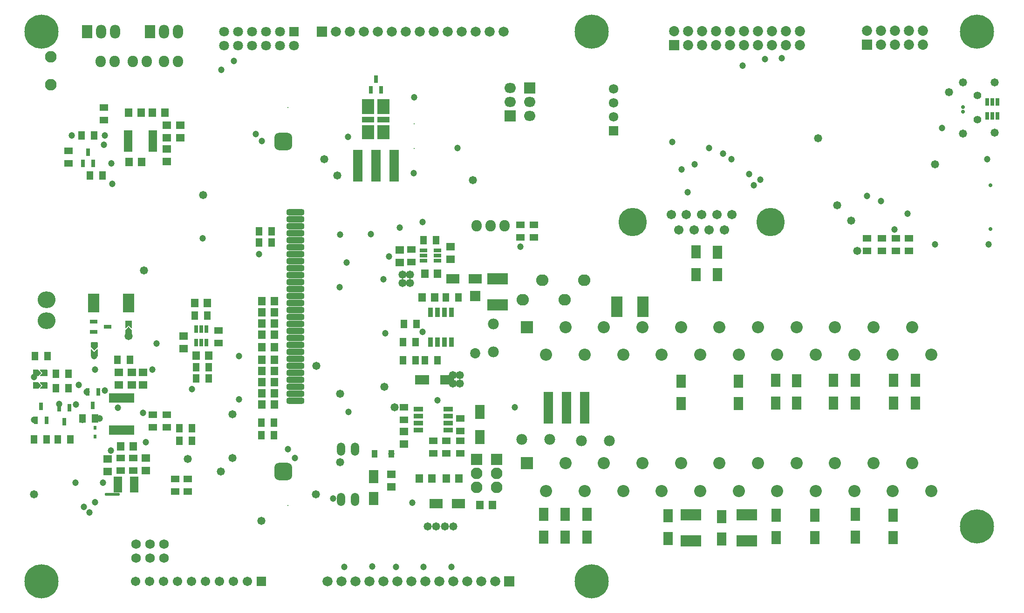
<source format=gbs>
G04*
G04 #@! TF.GenerationSoftware,Altium Limited,Altium Designer,20.1.7 (139)*
G04*
G04 Layer_Color=16711935*
%FSTAX24Y24*%
%MOIN*%
G70*
G04*
G04 #@! TF.SameCoordinates,F0BF9DC0-9546-437B-B132-7D81F4AFA61C*
G04*
G04*
G04 #@! TF.FilePolarity,Negative*
G04*
G01*
G75*
%ADD42R,0.0630X0.0474*%
%ADD44R,0.0474X0.0630*%
%ADD53R,0.0630X0.0580*%
%ADD54R,0.0434X0.0552*%
%ADD55R,0.0434X0.0552*%
%ADD58C,0.0730*%
%ADD59R,0.0730X0.0730*%
%ADD60C,0.0720*%
%ADD61R,0.0720X0.0720*%
%ADD62R,0.0730X0.0730*%
%ADD63C,0.0780*%
%ADD64C,0.0080*%
%ADD65C,0.0277*%
%ADD66C,0.0867*%
%ADD67R,0.0867X0.0867*%
%ADD68C,0.2029*%
%ADD69C,0.0671*%
%ADD70C,0.0710*%
%ADD71R,0.0710X0.0710*%
G04:AMPARAMS|DCode=72|XSize=126.1mil|YSize=126.1mil|CornerRadius=33.5mil|HoleSize=0mil|Usage=FLASHONLY|Rotation=90.000|XOffset=0mil|YOffset=0mil|HoleType=Round|Shape=RoundedRectangle|*
%AMROUNDEDRECTD72*
21,1,0.1261,0.0591,0,0,90.0*
21,1,0.0591,0.1261,0,0,90.0*
1,1,0.0671,0.0295,0.0295*
1,1,0.0671,0.0295,-0.0295*
1,1,0.0671,-0.0295,-0.0295*
1,1,0.0671,-0.0295,0.0295*
%
%ADD72ROUNDEDRECTD72*%
G04:AMPARAMS|DCode=73|XSize=43.4mil|YSize=126.1mil|CornerRadius=12.9mil|HoleSize=0mil|Usage=FLASHONLY|Rotation=90.000|XOffset=0mil|YOffset=0mil|HoleType=Round|Shape=RoundedRectangle|*
%AMROUNDEDRECTD73*
21,1,0.0434,0.1004,0,0,90.0*
21,1,0.0177,0.1261,0,0,90.0*
1,1,0.0257,0.0502,0.0089*
1,1,0.0257,0.0502,-0.0089*
1,1,0.0257,-0.0502,-0.0089*
1,1,0.0257,-0.0502,0.0089*
%
%ADD73ROUNDEDRECTD73*%
%ADD74R,0.0730X0.0980*%
%ADD75O,0.0730X0.0980*%
%ADD76C,0.0678*%
%ADD77R,0.0678X0.0678*%
%ADD78R,0.0830X0.0830*%
%ADD79O,0.0830X0.0710*%
%ADD80C,0.0830*%
%ADD81C,0.2442*%
%ADD82O,0.0730X0.0830*%
%ADD83C,0.0680*%
%ADD84R,0.0671X0.0671*%
%ADD85O,0.0880X0.0830*%
%ADD86O,0.1280X0.1180*%
%ADD87C,0.0474*%
%ADD88C,0.0580*%
%ADD89C,0.0552*%
%ADD156R,0.0946X0.0690*%
%ADD157R,0.0690X0.0946*%
%ADD158R,0.0710X0.2285*%
%ADD159R,0.0789X0.1458*%
%ADD160R,0.1458X0.0789*%
%ADD161R,0.0690X0.0966*%
%ADD162R,0.0580X0.0630*%
%ADD163R,0.0316X0.0572*%
%ADD164R,0.0867X0.0808*%
%ADD165R,0.0867X0.0395*%
%ADD166R,0.0552X0.0316*%
G04:AMPARAMS|DCode=167|XSize=27.7mil|YSize=27.7mil|CornerRadius=8.9mil|HoleSize=0mil|Usage=FLASHONLY|Rotation=90.000|XOffset=0mil|YOffset=0mil|HoleType=Round|Shape=RoundedRectangle|*
%AMROUNDEDRECTD167*
21,1,0.0277,0.0098,0,0,90.0*
21,1,0.0098,0.0277,0,0,90.0*
1,1,0.0178,0.0049,0.0049*
1,1,0.0178,0.0049,-0.0049*
1,1,0.0178,-0.0049,-0.0049*
1,1,0.0178,-0.0049,0.0049*
%
%ADD167ROUNDEDRECTD167*%
G04:AMPARAMS|DCode=168|XSize=27.7mil|YSize=27.7mil|CornerRadius=8.9mil|HoleSize=0mil|Usage=FLASHONLY|Rotation=0.000|XOffset=0mil|YOffset=0mil|HoleType=Round|Shape=RoundedRectangle|*
%AMROUNDEDRECTD168*
21,1,0.0277,0.0098,0,0,0.0*
21,1,0.0098,0.0277,0,0,0.0*
1,1,0.0178,0.0049,-0.0049*
1,1,0.0178,-0.0049,-0.0049*
1,1,0.0178,-0.0049,0.0049*
1,1,0.0178,0.0049,0.0049*
%
%ADD168ROUNDEDRECTD168*%
G04:AMPARAMS|DCode=169|XSize=19.8mil|YSize=68mil|CornerRadius=7mil|HoleSize=0mil|Usage=FLASHONLY|Rotation=90.000|XOffset=0mil|YOffset=0mil|HoleType=Round|Shape=RoundedRectangle|*
%AMROUNDEDRECTD169*
21,1,0.0198,0.0541,0,0,90.0*
21,1,0.0059,0.0680,0,0,90.0*
1,1,0.0139,0.0270,0.0030*
1,1,0.0139,0.0270,-0.0030*
1,1,0.0139,-0.0270,-0.0030*
1,1,0.0139,-0.0270,0.0030*
%
%ADD169ROUNDEDRECTD169*%
%ADD170R,0.0592X0.1143*%
%ADD171R,0.0316X0.0533*%
%ADD172R,0.1045X0.0690*%
%ADD173R,0.0680X0.0336*%
%ADD174R,0.0316X0.0552*%
%ADD175O,0.0592X0.0946*%
%ADD176R,0.0966X0.0690*%
%ADD177R,0.0336X0.0680*%
%ADD178R,0.0690X0.1045*%
%ADD179R,0.0257X0.0661*%
%ADD180R,0.0245X0.0297*%
%ADD181R,0.0789X0.1379*%
%ADD182R,0.0641X0.0257*%
%ADD183R,0.0854X0.0363*%
G36*
X011705Y02624D02*
X01171Y026239D01*
X011715Y026237D01*
X01172Y026235D01*
X011724Y026232D01*
X011728Y026228D01*
X011928Y026028D01*
X011932Y026024D01*
X011935Y02602D01*
X011936Y026017D01*
X011937Y026015D01*
X011939Y02601D01*
X01194Y026005D01*
X01194Y026D01*
X01194Y025995D01*
X011939Y02599D01*
X011937Y025985D01*
X011935Y02598D01*
X011932Y025976D01*
X011928Y025972D01*
X011728Y025772D01*
X011724Y025768D01*
X01172Y025765D01*
X011715Y025763D01*
X01171Y025761D01*
X011705Y02576D01*
X0117Y02576D01*
X0114D01*
X011395Y02576D01*
X01139Y025761D01*
X011385Y025763D01*
X01138Y025765D01*
X011376Y025768D01*
X011372Y025772D01*
X011368Y025776D01*
X011365Y02578D01*
X011363Y025785D01*
X011361Y02579D01*
X01136Y025795D01*
X01136Y0258D01*
Y0262D01*
X01136Y026205D01*
X011361Y02621D01*
X011363Y026215D01*
X011365Y02622D01*
X011368Y026224D01*
X011372Y026228D01*
X011376Y026232D01*
X01138Y026235D01*
X011385Y026237D01*
X01139Y026239D01*
X011395Y02624D01*
X0114Y02624D01*
X0117D01*
X011705Y02624D01*
D02*
G37*
G36*
X012355Y02624D02*
X01236Y026239D01*
X012365Y026237D01*
X01237Y026235D01*
X012374Y026232D01*
X012378Y026228D01*
X012382Y026224D01*
X012385Y02622D01*
X012387Y026215D01*
X012389Y02621D01*
X01239Y026205D01*
X01239Y0262D01*
Y0258D01*
Y0258D01*
D01*
X01239Y025795D01*
X012389Y02579D01*
X012387Y025785D01*
X012385Y02578D01*
X012383Y025777D01*
X012382Y025776D01*
X012378Y025772D01*
X012378D01*
Y025772D01*
X012374Y025768D01*
X012373Y025767D01*
X01237Y025765D01*
X012365Y025763D01*
X01236Y025761D01*
X012355Y02576D01*
X01235Y02576D01*
D01*
X01235D01*
X0119Y02576D01*
X011895Y02576D01*
X01189Y025761D01*
X011885Y025763D01*
X01188Y025765D01*
X011877Y025767D01*
X011876Y025768D01*
X011872Y025772D01*
Y025772D01*
X011872D01*
X011868Y025776D01*
X011867Y025777D01*
X011865Y02578D01*
X011863Y025785D01*
X011861Y02579D01*
X01186Y025795D01*
X01186Y0258D01*
D01*
Y0258D01*
X01186Y025805D01*
X011861Y02581D01*
X011863Y025815D01*
X011865Y02582D01*
X011867Y025823D01*
X011868Y025824D01*
X011872Y025828D01*
X012043Y026D01*
X011872Y026172D01*
X011868Y026176D01*
X011865Y02618D01*
X011863Y026185D01*
X011861Y02619D01*
X01186Y026195D01*
X01186Y0262D01*
X01186Y026205D01*
X011861Y02621D01*
X011863Y026215D01*
X011865Y02622D01*
X011868Y026224D01*
X011872Y026228D01*
X011876Y026232D01*
X01188Y026235D01*
X011885Y026237D01*
X01189Y026239D01*
X011895Y02624D01*
X0119Y02624D01*
X01235D01*
X012355Y02624D01*
D02*
G37*
G36*
X011705Y02714D02*
X01171Y027139D01*
X011715Y027137D01*
X01172Y027135D01*
X011724Y027132D01*
X011728Y027128D01*
X011928Y026928D01*
X011932Y026924D01*
X011935Y02692D01*
X011936Y026917D01*
X011937Y026915D01*
X011939Y02691D01*
X01194Y026905D01*
X01194Y0269D01*
X01194Y026895D01*
X011939Y02689D01*
X011937Y026885D01*
X011935Y02688D01*
X011932Y026876D01*
X011928Y026872D01*
X011728Y026672D01*
X011724Y026668D01*
X01172Y026665D01*
X011715Y026663D01*
X01171Y026661D01*
X011705Y02666D01*
X0117Y02666D01*
X0114D01*
X011395Y02666D01*
X01139Y026661D01*
X011385Y026663D01*
X01138Y026665D01*
X011376Y026668D01*
X011372Y026672D01*
X011368Y026676D01*
X011365Y02668D01*
X011363Y026685D01*
X011361Y02669D01*
X01136Y026695D01*
X01136Y0267D01*
Y0271D01*
X01136Y027105D01*
X011361Y02711D01*
X011363Y027115D01*
X011365Y02712D01*
X011368Y027124D01*
X011372Y027128D01*
X011376Y027132D01*
X01138Y027135D01*
X011385Y027137D01*
X01139Y027139D01*
X011395Y02714D01*
X0114Y02714D01*
X0117D01*
X011705Y02714D01*
D02*
G37*
G36*
X012355Y02714D02*
X01236Y027139D01*
X012365Y027137D01*
X01237Y027135D01*
X012374Y027132D01*
X012378Y027128D01*
X012382Y027124D01*
X012385Y02712D01*
X012387Y027115D01*
X012389Y02711D01*
X01239Y027105D01*
X01239Y0271D01*
Y0267D01*
Y0267D01*
D01*
X01239Y026695D01*
X012389Y02669D01*
X012387Y026685D01*
X012385Y02668D01*
X012383Y026677D01*
X012382Y026676D01*
X012378Y026672D01*
X012378D01*
Y026672D01*
X012374Y026668D01*
X012373Y026667D01*
X01237Y026665D01*
X012365Y026663D01*
X01236Y026661D01*
X012355Y02666D01*
X01235Y02666D01*
D01*
X01235D01*
X0119Y02666D01*
X011895Y02666D01*
X01189Y026661D01*
X011885Y026663D01*
X01188Y026665D01*
X011877Y026667D01*
X011876Y026668D01*
X011872Y026672D01*
Y026672D01*
X011872D01*
X011868Y026676D01*
X011867Y026677D01*
X011865Y02668D01*
X011863Y026685D01*
X011861Y02669D01*
X01186Y026695D01*
X01186Y0267D01*
D01*
Y0267D01*
X01186Y026705D01*
X011861Y02671D01*
X011863Y026715D01*
X011865Y02672D01*
X011867Y026723D01*
X011868Y026724D01*
X011872Y026728D01*
X012043Y0269D01*
X011872Y027072D01*
X011868Y027076D01*
X011865Y02708D01*
X011863Y027085D01*
X011861Y02709D01*
X01186Y027095D01*
X01186Y0271D01*
X01186Y027105D01*
X011861Y02711D01*
X011863Y027115D01*
X011865Y02712D01*
X011868Y027124D01*
X011872Y027128D01*
X011876Y027132D01*
X01188Y027135D01*
X011885Y027137D01*
X01189Y027139D01*
X011895Y02714D01*
X0119Y02714D01*
X01235D01*
X012355Y02714D01*
D02*
G37*
G36*
X015555Y02859D02*
X01556Y028589D01*
X015565Y028587D01*
X01557Y028585D01*
X015573Y028583D01*
X015574Y028582D01*
X015578Y028578D01*
X01575Y028407D01*
X015922Y028578D01*
X015926Y028582D01*
X01593Y028585D01*
X015935Y028587D01*
X01594Y028589D01*
X015945Y02859D01*
X01595Y02859D01*
X015955Y02859D01*
X01596Y028589D01*
X015965Y028587D01*
X01597Y028585D01*
X015974Y028582D01*
X015978Y028578D01*
X015982Y028574D01*
X015985Y02857D01*
X015987Y028565D01*
X015989Y02856D01*
X01599Y028555D01*
X01599Y02855D01*
Y0281D01*
X01599Y028095D01*
X015989Y02809D01*
X015987Y028085D01*
X015985Y02808D01*
X015982Y028076D01*
X015978Y028072D01*
X015974Y028068D01*
X01597Y028065D01*
X015965Y028063D01*
X01596Y028061D01*
X015955Y02806D01*
X01595Y02806D01*
X01555D01*
X01555D01*
D01*
X015545Y02806D01*
X01554Y028061D01*
X015535Y028063D01*
X01553Y028065D01*
X015527Y028067D01*
X015526Y028068D01*
X015522Y028072D01*
Y028072D01*
X015522D01*
X015518Y028076D01*
X015517Y028077D01*
X015515Y02808D01*
X015513Y028085D01*
X015511Y02809D01*
X01551Y028095D01*
X01551Y0281D01*
D01*
Y0281D01*
X01551Y02855D01*
X01551Y028555D01*
X015511Y02856D01*
X015513Y028565D01*
X015515Y02857D01*
X015517Y028573D01*
X015518Y028574D01*
X015522Y028578D01*
X015522D01*
Y028578D01*
X015526Y028582D01*
X015527Y028583D01*
X01553Y028585D01*
X015535Y028587D01*
X01554Y028589D01*
X015545Y02859D01*
X01555Y02859D01*
D01*
X01555D01*
X015555Y02859D01*
D02*
G37*
G36*
X015955Y02909D02*
X01596Y029089D01*
X015965Y029087D01*
X01597Y029085D01*
X015974Y029082D01*
X015978Y029078D01*
X015982Y029074D01*
X015985Y02907D01*
X015987Y029065D01*
X015989Y02906D01*
X01599Y029055D01*
X01599Y02905D01*
Y02875D01*
X01599Y028745D01*
X015989Y02874D01*
X015987Y028735D01*
X015985Y02873D01*
X015982Y028726D01*
X015978Y028722D01*
X015778Y028522D01*
X015774Y028518D01*
X01577Y028515D01*
X015767Y028514D01*
X015765Y028513D01*
X01576Y028511D01*
X015755Y02851D01*
X01575Y02851D01*
X015745Y02851D01*
X01574Y028511D01*
X015735Y028513D01*
X01573Y028515D01*
X015726Y028518D01*
X015722Y028522D01*
X015522Y028722D01*
X015518Y028726D01*
X015515Y02873D01*
X015513Y028735D01*
X015511Y02874D01*
X01551Y028745D01*
X01551Y02875D01*
Y02905D01*
X01551Y029055D01*
X015511Y02906D01*
X015513Y029065D01*
X015515Y02907D01*
X015518Y029074D01*
X015522Y029078D01*
X015526Y029082D01*
X01553Y029085D01*
X015535Y029087D01*
X01554Y029089D01*
X015545Y02909D01*
X01555Y02909D01*
X01595D01*
X015955Y02909D01*
D02*
G37*
G36*
X018405Y03064D02*
X01841Y030639D01*
X018415Y030637D01*
X01842Y030635D01*
X018423Y030633D01*
X018424Y030632D01*
X018428Y030628D01*
Y030628D01*
X018428D01*
X018432Y030624D01*
X018433Y030623D01*
X018435Y03062D01*
X018437Y030615D01*
X018439Y03061D01*
X01844Y030605D01*
X01844Y0306D01*
D01*
Y0306D01*
X01844Y03015D01*
X01844Y030145D01*
X018439Y03014D01*
X018437Y030135D01*
X018435Y03013D01*
X018433Y030127D01*
X018432Y030126D01*
X018428Y030122D01*
X018428D01*
Y030122D01*
X018424Y030118D01*
X018423Y030117D01*
X01842Y030115D01*
X018415Y030113D01*
X01841Y030111D01*
X018405Y03011D01*
X0184Y03011D01*
D01*
X0184D01*
X018395Y03011D01*
X01839Y030111D01*
X018385Y030113D01*
X01838Y030115D01*
X018377Y030117D01*
X018376Y030118D01*
X018372Y030122D01*
X0182Y030293D01*
X018028Y030122D01*
X018024Y030118D01*
X01802Y030115D01*
X018015Y030113D01*
X01801Y030111D01*
X018005Y03011D01*
X018Y03011D01*
X017995Y03011D01*
X01799Y030111D01*
X017985Y030113D01*
X01798Y030115D01*
X017976Y030118D01*
X017972Y030122D01*
X017968Y030126D01*
X017965Y03013D01*
X017963Y030135D01*
X017961Y03014D01*
X01796Y030145D01*
X01796Y03015D01*
Y0306D01*
X01796Y030605D01*
X017961Y03061D01*
X017963Y030615D01*
X017965Y03062D01*
X017968Y030624D01*
X017972Y030628D01*
X017976Y030632D01*
X01798Y030635D01*
X017985Y030637D01*
X01799Y030639D01*
X017995Y03064D01*
X018Y03064D01*
X0184D01*
X0184D01*
D01*
X018405Y03064D01*
D02*
G37*
G36*
X018205Y03019D02*
X01821Y030189D01*
X018215Y030187D01*
X01822Y030185D01*
X018224Y030182D01*
X018228Y030178D01*
X018428Y029978D01*
X018432Y029974D01*
X018435Y02997D01*
X018437Y029965D01*
X018439Y02996D01*
X01844Y029955D01*
X01844Y02995D01*
Y02965D01*
X01844Y029645D01*
X018439Y02964D01*
X018437Y029635D01*
X018435Y02963D01*
X018432Y029626D01*
X018428Y029622D01*
X018424Y029618D01*
X01842Y029615D01*
X018415Y029613D01*
X01841Y029611D01*
X018405Y02961D01*
X0184Y02961D01*
X018D01*
X017995Y02961D01*
X01799Y029611D01*
X017985Y029613D01*
X01798Y029615D01*
X017976Y029618D01*
X017972Y029622D01*
X017968Y029626D01*
X017965Y02963D01*
X017963Y029635D01*
X017961Y02964D01*
X01796Y029645D01*
X01796Y02965D01*
Y02995D01*
X01796Y029955D01*
X017961Y02996D01*
X017963Y029965D01*
X017965Y02997D01*
X017968Y029974D01*
X017972Y029978D01*
X018172Y030178D01*
X018176Y030182D01*
X01818Y030185D01*
X018183Y030186D01*
X018185Y030187D01*
X01819Y030189D01*
X018195Y03019D01*
X0182Y03019D01*
X018205Y03019D01*
D02*
G37*
D42*
X07105Y03565D02*
D03*
Y03655D02*
D03*
X0139Y0419D02*
D03*
Y0428D02*
D03*
X04625Y0366D02*
D03*
Y0375D02*
D03*
X03845Y03485D02*
D03*
Y03575D02*
D03*
X07405Y03655D02*
D03*
Y03565D02*
D03*
X0731Y03655D02*
D03*
Y03565D02*
D03*
X0721Y03655D02*
D03*
Y03565D02*
D03*
X0472Y0366D02*
D03*
Y0375D02*
D03*
X04195Y02115D02*
D03*
Y02205D02*
D03*
X04095Y02115D02*
D03*
Y02205D02*
D03*
X04Y02115D02*
D03*
Y02205D02*
D03*
X04195Y02275D02*
D03*
Y02365D02*
D03*
X0379Y02355D02*
D03*
Y02445D02*
D03*
X02465Y02995D02*
D03*
Y02905D02*
D03*
X01855Y0208D02*
D03*
Y0199D02*
D03*
X01765Y0208D02*
D03*
Y0199D02*
D03*
X02095Y023D02*
D03*
Y0239D02*
D03*
X01645Y0459D02*
D03*
Y045D02*
D03*
X02155Y0184D02*
D03*
Y0193D02*
D03*
X02245Y0184D02*
D03*
Y0193D02*
D03*
X01995Y0239D02*
D03*
Y023D02*
D03*
D44*
X01635Y04105D02*
D03*
X01545D02*
D03*
X01575Y0439D02*
D03*
X01485D02*
D03*
X0409Y0323D02*
D03*
X0418D02*
D03*
X0394Y0278D02*
D03*
X0403D02*
D03*
X03785D02*
D03*
X03875D02*
D03*
X03785Y0291D02*
D03*
X03875D02*
D03*
X0379Y0304D02*
D03*
X0388D02*
D03*
X02275Y02295D02*
D03*
X02185D02*
D03*
X02275Y02205D02*
D03*
X02185D02*
D03*
X0393Y0364D02*
D03*
X0402D02*
D03*
X02295Y031D02*
D03*
X02385D02*
D03*
X02395Y0265D02*
D03*
X02305D02*
D03*
X02395Y0273D02*
D03*
X02305D02*
D03*
X0183Y02785D02*
D03*
X0174D02*
D03*
X0139Y02685D02*
D03*
X013D02*
D03*
X013Y0258D02*
D03*
X0139D02*
D03*
X0115Y0281D02*
D03*
X0124D02*
D03*
X01315Y02215D02*
D03*
X01405D02*
D03*
X01145D02*
D03*
X01235D02*
D03*
X0149Y02365D02*
D03*
X0158D02*
D03*
X0286Y02335D02*
D03*
X0277D02*
D03*
X0286Y02245D02*
D03*
X0277D02*
D03*
X02845Y03625D02*
D03*
X02755D02*
D03*
X02845Y03705D02*
D03*
X02755D02*
D03*
D53*
X037Y01875D02*
D03*
Y01965D02*
D03*
X0376Y0348D02*
D03*
Y0357D02*
D03*
X04125Y03505D02*
D03*
Y03595D02*
D03*
X0379Y0218D02*
D03*
Y0227D02*
D03*
X02095Y04295D02*
D03*
Y04205D02*
D03*
Y04465D02*
D03*
Y04375D02*
D03*
X0219D02*
D03*
Y04465D02*
D03*
X02215Y02865D02*
D03*
Y02955D02*
D03*
X0167Y01985D02*
D03*
Y02075D02*
D03*
X01945Y0199D02*
D03*
Y0208D02*
D03*
X0175Y02695D02*
D03*
Y02605D02*
D03*
X01845Y02695D02*
D03*
Y02605D02*
D03*
X01925Y02695D02*
D03*
Y02605D02*
D03*
D54*
X037Y0211D02*
D03*
D55*
X0358D02*
D03*
D58*
X043Y0283D02*
D03*
X075024Y051398D02*
D03*
Y050398D02*
D03*
X074024Y051398D02*
D03*
Y050398D02*
D03*
X073024Y051398D02*
D03*
Y050398D02*
D03*
X072024Y051398D02*
D03*
Y050398D02*
D03*
X071024Y051398D02*
D03*
X057244Y051358D02*
D03*
X058244Y050358D02*
D03*
Y051358D02*
D03*
X059244Y050358D02*
D03*
Y051358D02*
D03*
X060244Y050358D02*
D03*
Y051358D02*
D03*
X061244Y050358D02*
D03*
Y051358D02*
D03*
X062244Y050358D02*
D03*
Y051358D02*
D03*
X063244Y050358D02*
D03*
Y051358D02*
D03*
X064244Y050358D02*
D03*
Y051358D02*
D03*
X065244Y050358D02*
D03*
Y051358D02*
D03*
X066244Y050358D02*
D03*
Y051358D02*
D03*
D59*
X043Y0324D02*
D03*
D60*
X032433Y011968D02*
D03*
X033433D02*
D03*
X034433D02*
D03*
X035433D02*
D03*
X036433D02*
D03*
X037433D02*
D03*
X038433D02*
D03*
X039433D02*
D03*
X040433D02*
D03*
X041433D02*
D03*
X042433D02*
D03*
X043433D02*
D03*
X044433D02*
D03*
X045047Y051339D02*
D03*
X044047D02*
D03*
X043047D02*
D03*
X042047D02*
D03*
X041047D02*
D03*
X040047D02*
D03*
X039047D02*
D03*
X038047D02*
D03*
X037047D02*
D03*
X036047D02*
D03*
X035047D02*
D03*
X034047D02*
D03*
X033047D02*
D03*
D61*
X045433Y011968D02*
D03*
X032047Y051339D02*
D03*
D62*
X071024Y050398D02*
D03*
X057244Y050358D02*
D03*
D63*
X0506Y02205D02*
D03*
X0526D02*
D03*
X04835Y02215D02*
D03*
X04635D02*
D03*
X0443Y0284D02*
D03*
Y0304D02*
D03*
D64*
X03865Y042978D02*
D03*
Y04475D02*
D03*
X029586Y045906D02*
D03*
Y017402D02*
D03*
D65*
X079857Y04035D02*
D03*
Y037208D02*
D03*
X0779Y045923D02*
D03*
Y045613D02*
D03*
D66*
X061856Y01845D02*
D03*
X07288D02*
D03*
X064612D02*
D03*
X067368D02*
D03*
X070124D02*
D03*
X05221Y020419D02*
D03*
X054966D02*
D03*
X049454D02*
D03*
X048076Y01845D02*
D03*
X0591D02*
D03*
X050832D02*
D03*
X053588D02*
D03*
X056344D02*
D03*
X057722Y020419D02*
D03*
X063234D02*
D03*
X06599D02*
D03*
X068746D02*
D03*
X071502D02*
D03*
X060478D02*
D03*
X075635Y01845D02*
D03*
X074257Y020419D02*
D03*
X061856Y0282D02*
D03*
X07288D02*
D03*
X064612D02*
D03*
X067368D02*
D03*
X070124D02*
D03*
X05221Y030168D02*
D03*
X054966D02*
D03*
X049454D02*
D03*
X048076Y0282D02*
D03*
X0591D02*
D03*
X050832D02*
D03*
X053588D02*
D03*
X056344D02*
D03*
X057722Y030168D02*
D03*
X063234D02*
D03*
X06599D02*
D03*
X068746D02*
D03*
X071502D02*
D03*
X060478D02*
D03*
X075635Y0282D02*
D03*
X074257Y030168D02*
D03*
D67*
X046698Y020419D02*
D03*
Y030168D02*
D03*
D68*
X064119Y037692D02*
D03*
X054281D02*
D03*
D69*
X057564Y037133D02*
D03*
X058655D02*
D03*
X059745D02*
D03*
X060836D02*
D03*
X057019Y038251D02*
D03*
X058109D02*
D03*
X0592D02*
D03*
X060291D02*
D03*
X061381D02*
D03*
X026717Y011968D02*
D03*
X024717D02*
D03*
X023717D02*
D03*
X022717D02*
D03*
X021717D02*
D03*
X020717D02*
D03*
X019717D02*
D03*
X018717D02*
D03*
X025717D02*
D03*
D70*
X02505Y051339D02*
D03*
X02605D02*
D03*
X02705D02*
D03*
X02805D02*
D03*
X02905D02*
D03*
X02505Y050339D02*
D03*
X02605D02*
D03*
X02705D02*
D03*
X02805D02*
D03*
X02905D02*
D03*
X03005D02*
D03*
D71*
Y051339D02*
D03*
D72*
X029275Y043465D02*
D03*
Y019843D02*
D03*
D73*
X030137Y037906D02*
D03*
Y037406D02*
D03*
Y036406D02*
D03*
Y034906D02*
D03*
Y033906D02*
D03*
Y033406D02*
D03*
Y032406D02*
D03*
Y030906D02*
D03*
Y029906D02*
D03*
Y029406D02*
D03*
Y028406D02*
D03*
Y026906D02*
D03*
Y025906D02*
D03*
Y025406D02*
D03*
Y038406D02*
D03*
Y036906D02*
D03*
Y035906D02*
D03*
Y035406D02*
D03*
Y034406D02*
D03*
Y032906D02*
D03*
Y031906D02*
D03*
Y031406D02*
D03*
Y030406D02*
D03*
Y028906D02*
D03*
Y027906D02*
D03*
Y027406D02*
D03*
Y026406D02*
D03*
Y024906D02*
D03*
D74*
X01975Y05135D02*
D03*
X01525D02*
D03*
D75*
X02075D02*
D03*
X02175D02*
D03*
X01625D02*
D03*
X01725D02*
D03*
D76*
X052913Y04725D02*
D03*
Y04625D02*
D03*
Y04525D02*
D03*
D77*
Y04425D02*
D03*
D78*
X0469Y0473D02*
D03*
X0431Y0207D02*
D03*
X04455D02*
D03*
X0455Y0453D02*
D03*
D79*
X0469Y0463D02*
D03*
Y0453D02*
D03*
X0455Y0473D02*
D03*
Y0463D02*
D03*
D80*
X01265Y04955D02*
D03*
Y04755D02*
D03*
X0431Y0187D02*
D03*
Y0197D02*
D03*
X04455Y0187D02*
D03*
Y0197D02*
D03*
D81*
X051339Y011968D02*
D03*
X078898Y015906D02*
D03*
X011968Y011968D02*
D03*
Y051339D02*
D03*
X078898D02*
D03*
X051339D02*
D03*
D82*
X04311Y03745D02*
D03*
X04409D02*
D03*
X0451D02*
D03*
X01619Y0492D02*
D03*
X0172D02*
D03*
X0195D02*
D03*
X01849D02*
D03*
X02074D02*
D03*
X02175D02*
D03*
D83*
X01975Y01465D02*
D03*
X02075D02*
D03*
X01875D02*
D03*
X02074Y01365D02*
D03*
X01975D02*
D03*
X01875D02*
D03*
D84*
X027717Y011968D02*
D03*
D85*
X0478Y03355D02*
D03*
X0508D02*
D03*
X0464Y03215D02*
D03*
X0494D02*
D03*
D86*
X01235Y03065D02*
D03*
Y03215D02*
D03*
D87*
X01705Y04045D02*
D03*
X0376Y0373D02*
D03*
X07975Y0361D02*
D03*
X07965Y0422D02*
D03*
X0339Y0438D02*
D03*
X04175Y043D02*
D03*
X0386Y0412D02*
D03*
X03865Y04665D02*
D03*
X0385Y0176D02*
D03*
X037Y0211D02*
D03*
X032847Y0179D02*
D03*
X0333Y03305D02*
D03*
X03685Y03525D02*
D03*
X0403Y02495D02*
D03*
X04585Y02445D02*
D03*
X04625Y03595D02*
D03*
X03395Y0241D02*
D03*
X06295Y04035D02*
D03*
X03925Y0377D02*
D03*
Y02985D02*
D03*
X0301Y0208D02*
D03*
X0296Y02145D02*
D03*
X037Y01965D02*
D03*
X02755Y0354D02*
D03*
X01415Y0439D02*
D03*
X06215Y0489D02*
D03*
X03735Y013D02*
D03*
X0413D02*
D03*
X0764Y04445D02*
D03*
X027303Y044D02*
D03*
X02775Y0435D02*
D03*
X0582Y03985D02*
D03*
X03645Y0336D02*
D03*
X0634Y04075D02*
D03*
X062588Y041138D02*
D03*
X03555Y03685D02*
D03*
X036576Y029726D02*
D03*
X0338Y0348D02*
D03*
X016963Y041887D02*
D03*
X02485Y0486D02*
D03*
X02575Y049247D02*
D03*
X03335Y0368D02*
D03*
X057769Y041481D02*
D03*
X0587Y04185D02*
D03*
X06135Y0422D02*
D03*
X05975Y043D02*
D03*
X0571Y04345D02*
D03*
X06075Y0426D02*
D03*
X0393Y013D02*
D03*
X03565Y01305D02*
D03*
X03365Y013D02*
D03*
X0759Y0361D02*
D03*
X07395Y0383D02*
D03*
X072051Y039199D02*
D03*
X073017Y037167D02*
D03*
X071032Y039582D02*
D03*
X01945Y021944D02*
D03*
X01695Y02135D02*
D03*
X016361Y019039D02*
D03*
X023494Y03655D02*
D03*
X01645Y04325D02*
D03*
X0202Y029D02*
D03*
X0261Y0281D02*
D03*
X01575D02*
D03*
X0261Y025D02*
D03*
X017444Y024406D02*
D03*
X0165Y0439D02*
D03*
X063745Y049353D02*
D03*
X06492Y04943D02*
D03*
X0149Y02355D02*
D03*
X01145D02*
D03*
X01615Y02365D02*
D03*
X02275Y02575D02*
D03*
X01145Y0266D02*
D03*
X013226Y024676D02*
D03*
X0199Y02715D02*
D03*
X0165Y02565D02*
D03*
X015Y0173D02*
D03*
X0154Y0169D02*
D03*
X0158Y01765D02*
D03*
X01465Y02605D02*
D03*
X0144Y01905D02*
D03*
X0158Y02715D02*
D03*
X01445Y02465D02*
D03*
X01925Y02405D02*
D03*
X01745Y02605D02*
D03*
X01845D02*
D03*
X0152Y02555D02*
D03*
D88*
X03315Y04105D02*
D03*
X04285Y0407D02*
D03*
X0759Y04185D02*
D03*
X04085Y0159D02*
D03*
X0625Y01485D02*
D03*
X0585Y0149D02*
D03*
X04145Y0159D02*
D03*
X0402D02*
D03*
X0396D02*
D03*
X06455Y01505D02*
D03*
X0673Y0151D02*
D03*
X07025D02*
D03*
X0729D02*
D03*
X0322Y0422D02*
D03*
X0769Y047D02*
D03*
X0779Y04405D02*
D03*
X03335Y0205D02*
D03*
Y0254D02*
D03*
X0365Y0259D02*
D03*
X03725Y02445D02*
D03*
X037797Y03395D02*
D03*
Y03335D02*
D03*
X03835D02*
D03*
Y03395D02*
D03*
X0372Y04235D02*
D03*
X0346D02*
D03*
X05315Y03165D02*
D03*
X03165Y0274D02*
D03*
X02355Y03965D02*
D03*
X0414Y02615D02*
D03*
Y02675D02*
D03*
X0419D02*
D03*
Y02615D02*
D03*
X080185Y044085D02*
D03*
Y047685D02*
D03*
X077907Y0477D02*
D03*
X06755Y0437D02*
D03*
X0689Y0389D02*
D03*
X07035Y03565D02*
D03*
X0699Y0378D02*
D03*
X0277Y0163D02*
D03*
X0193Y03425D02*
D03*
X0182Y02955D02*
D03*
X02245Y02075D02*
D03*
X02565Y0208D02*
D03*
Y02395D02*
D03*
X0248Y01985D02*
D03*
X0316Y0182D02*
D03*
X01145D02*
D03*
D89*
X078941Y046776D02*
D03*
Y045044D02*
D03*
D156*
X040193Y01755D02*
D03*
X041807D02*
D03*
D157*
X06185Y024693D02*
D03*
Y026307D02*
D03*
X051Y016757D02*
D03*
Y015143D02*
D03*
X0673Y016707D02*
D03*
Y015093D02*
D03*
X06455Y016707D02*
D03*
Y015093D02*
D03*
X0702Y016757D02*
D03*
Y015143D02*
D03*
X0729Y016707D02*
D03*
Y015093D02*
D03*
X066Y02635D02*
D03*
Y024736D02*
D03*
X0645Y026357D02*
D03*
Y024743D02*
D03*
X06865Y026357D02*
D03*
Y024743D02*
D03*
X06035Y03555D02*
D03*
Y033936D02*
D03*
X04945Y016757D02*
D03*
Y015143D02*
D03*
X0568Y016657D02*
D03*
Y015043D02*
D03*
X0588Y033943D02*
D03*
Y035557D02*
D03*
X05775Y024693D02*
D03*
Y026307D02*
D03*
X06065Y014993D02*
D03*
Y016607D02*
D03*
X0745Y024743D02*
D03*
Y026357D02*
D03*
X07295Y024743D02*
D03*
Y026357D02*
D03*
X0479Y015143D02*
D03*
Y016757D02*
D03*
X0702Y024743D02*
D03*
Y026357D02*
D03*
D158*
X050849Y0244D02*
D03*
X04955D02*
D03*
X048251D02*
D03*
X037199Y04175D02*
D03*
X0359D02*
D03*
X034601D02*
D03*
D159*
X055Y03165D02*
D03*
X05315D02*
D03*
D160*
X05845Y016725D02*
D03*
Y014875D02*
D03*
X06245Y016725D02*
D03*
Y014875D02*
D03*
X0446Y031775D02*
D03*
Y033625D02*
D03*
D161*
X03575Y019475D02*
D03*
Y0179D02*
D03*
D162*
X04185Y01935D02*
D03*
X04095D02*
D03*
X039D02*
D03*
X0399D02*
D03*
X04425Y01745D02*
D03*
X04335D02*
D03*
X0392Y0323D02*
D03*
X0401D02*
D03*
X01765Y02165D02*
D03*
X01855D02*
D03*
X0403Y034D02*
D03*
X0394D02*
D03*
X0208Y04555D02*
D03*
X0199D02*
D03*
X0191D02*
D03*
X0182D02*
D03*
X01915Y042D02*
D03*
X01825D02*
D03*
X02295Y0319D02*
D03*
X02385D02*
D03*
X02395Y02815D02*
D03*
X02305D02*
D03*
X02865Y02465D02*
D03*
X02775D02*
D03*
X02865Y02545D02*
D03*
X02775D02*
D03*
X02865Y02625D02*
D03*
X02775D02*
D03*
X02865Y02705D02*
D03*
X02775D02*
D03*
X02865Y02785D02*
D03*
X02775D02*
D03*
Y02875D02*
D03*
X02865D02*
D03*
X02775Y02965D02*
D03*
X02865D02*
D03*
X02775Y03045D02*
D03*
X02865D02*
D03*
X02775Y03125D02*
D03*
X02865D02*
D03*
X02775Y03205D02*
D03*
X02865D02*
D03*
D163*
X036274Y047156D02*
D03*
X035526D02*
D03*
X0359Y047944D02*
D03*
X0153Y042713D02*
D03*
X014924Y041887D02*
D03*
X015676D02*
D03*
D164*
X03535Y045844D02*
D03*
X036452D02*
D03*
X03535Y04425D02*
D03*
X036452D02*
D03*
D165*
Y045047D02*
D03*
X03535D02*
D03*
D166*
X040292Y035674D02*
D03*
Y0353D02*
D03*
Y034926D02*
D03*
X039308D02*
D03*
Y0353D02*
D03*
Y035674D02*
D03*
X015708Y029826D02*
D03*
Y030574D02*
D03*
X016692Y0302D02*
D03*
D167*
X0122Y026D02*
D03*
X0115D02*
D03*
X0122Y0269D02*
D03*
X0115D02*
D03*
D168*
X01575Y02825D02*
D03*
Y02895D02*
D03*
X0182Y03045D02*
D03*
Y02975D02*
D03*
D169*
X01725Y0182D02*
D03*
X01685D02*
D03*
D170*
X018592Y0189D02*
D03*
X01745D02*
D03*
D171*
X079626Y046312D02*
D03*
X08D02*
D03*
X080374D02*
D03*
Y045288D02*
D03*
X08D02*
D03*
X079626D02*
D03*
D172*
X04101Y0264D02*
D03*
X0392D02*
D03*
D173*
X041068Y0228D02*
D03*
Y0233D02*
D03*
Y0238D02*
D03*
Y0243D02*
D03*
X038932D02*
D03*
Y0238D02*
D03*
Y0233D02*
D03*
Y0228D02*
D03*
D174*
X012324Y023508D02*
D03*
X011576D02*
D03*
X01195Y024492D02*
D03*
X023774Y030042D02*
D03*
X0234D02*
D03*
X023026D02*
D03*
Y029058D02*
D03*
X0234D02*
D03*
X023774D02*
D03*
X0136Y023408D02*
D03*
X013974Y024392D02*
D03*
X013226D02*
D03*
X01565Y024558D02*
D03*
X016024Y025542D02*
D03*
X015276D02*
D03*
D175*
X0334Y02145D02*
D03*
X0344D02*
D03*
Y01785D02*
D03*
X0334D02*
D03*
D176*
X042987Y03365D02*
D03*
X041413D02*
D03*
D177*
X0398Y03125D02*
D03*
X0403D02*
D03*
X0408D02*
D03*
X0413D02*
D03*
Y029115D02*
D03*
X0408D02*
D03*
X0403D02*
D03*
X0398D02*
D03*
D178*
X04335Y02411D02*
D03*
Y0223D02*
D03*
D179*
X016932Y025107D02*
D03*
X017188D02*
D03*
X017444D02*
D03*
X0177D02*
D03*
X017956D02*
D03*
X018212D02*
D03*
X018468D02*
D03*
Y022793D02*
D03*
X018212D02*
D03*
X017956D02*
D03*
X0177D02*
D03*
X017444D02*
D03*
X017188D02*
D03*
X016932D02*
D03*
D180*
X0158Y022955D02*
D03*
Y022345D02*
D03*
D181*
X01821Y0319D02*
D03*
X01569D02*
D03*
D182*
X01992Y04414D02*
D03*
Y043884D02*
D03*
Y043628D02*
D03*
Y043372D02*
D03*
Y043116D02*
D03*
Y04286D02*
D03*
X018179D02*
D03*
Y043116D02*
D03*
Y043372D02*
D03*
Y043628D02*
D03*
Y043884D02*
D03*
Y04414D02*
D03*
D183*
X036447Y046335D02*
D03*
X035347Y043785D02*
D03*
X036447D02*
D03*
X035347Y046335D02*
D03*
M02*

</source>
